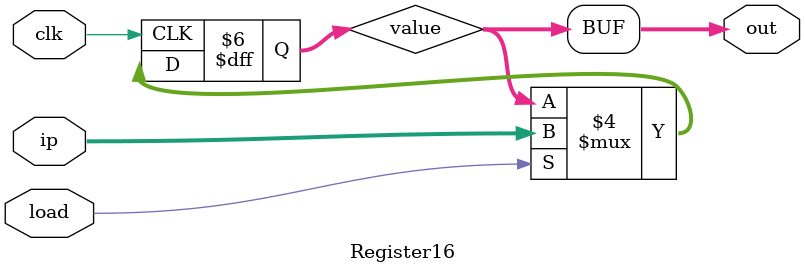
<source format=v>
`timescale 1ns / 1ps
module Register16(load, ip, clk, out);
input load;
input clk;
input [15:0] ip;

output [15:0] out;

reg [15:0] value = 16'b0;

assign out = value;

always@(negedge clk) begin
	if(load) begin
		  value <= ip;
	end
	else begin
		value <= value;
	end
end
	
endmodule

</source>
